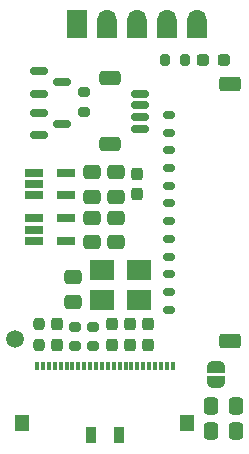
<source format=gbr>
%TF.GenerationSoftware,KiCad,Pcbnew,7.0.1*%
%TF.CreationDate,2024-03-13T19:30:43-07:00*%
%TF.ProjectId,camera_v1,63616d65-7261-45f7-9631-2e6b69636164,rev?*%
%TF.SameCoordinates,Original*%
%TF.FileFunction,Soldermask,Top*%
%TF.FilePolarity,Negative*%
%FSLAX46Y46*%
G04 Gerber Fmt 4.6, Leading zero omitted, Abs format (unit mm)*
G04 Created by KiCad (PCBNEW 7.0.1) date 2024-03-13 19:30:43*
%MOMM*%
%LPD*%
G01*
G04 APERTURE LIST*
G04 Aperture macros list*
%AMRoundRect*
0 Rectangle with rounded corners*
0 $1 Rounding radius*
0 $2 $3 $4 $5 $6 $7 $8 $9 X,Y pos of 4 corners*
0 Add a 4 corners polygon primitive as box body*
4,1,4,$2,$3,$4,$5,$6,$7,$8,$9,$2,$3,0*
0 Add four circle primitives for the rounded corners*
1,1,$1+$1,$2,$3*
1,1,$1+$1,$4,$5*
1,1,$1+$1,$6,$7*
1,1,$1+$1,$8,$9*
0 Add four rect primitives between the rounded corners*
20,1,$1+$1,$2,$3,$4,$5,0*
20,1,$1+$1,$4,$5,$6,$7,0*
20,1,$1+$1,$6,$7,$8,$9,0*
20,1,$1+$1,$8,$9,$2,$3,0*%
%AMFreePoly0*
4,1,19,0.500000,-0.750000,0.000000,-0.750000,0.000000,-0.744911,-0.071157,-0.744911,-0.207708,-0.704816,-0.327430,-0.627875,-0.420627,-0.520320,-0.479746,-0.390866,-0.500000,-0.250000,-0.500000,0.250000,-0.479746,0.390866,-0.420627,0.520320,-0.327430,0.627875,-0.207708,0.704816,-0.071157,0.744911,0.000000,0.744911,0.000000,0.750000,0.500000,0.750000,0.500000,-0.750000,0.500000,-0.750000,
$1*%
%AMFreePoly1*
4,1,19,0.000000,0.744911,0.071157,0.744911,0.207708,0.704816,0.327430,0.627875,0.420627,0.520320,0.479746,0.390866,0.500000,0.250000,0.500000,-0.250000,0.479746,-0.390866,0.420627,-0.520320,0.327430,-0.627875,0.207708,-0.704816,0.071157,-0.744911,0.000000,-0.744911,0.000000,-0.750000,-0.500000,-0.750000,-0.500000,0.750000,0.000000,0.750000,0.000000,0.744911,0.000000,0.744911,
$1*%
G04 Aperture macros list end*
%ADD10R,1.700000X1.700000*%
%ADD11O,1.700000X1.700000*%
%ADD12RoundRect,0.200000X-0.275000X0.200000X-0.275000X-0.200000X0.275000X-0.200000X0.275000X0.200000X0*%
%ADD13RoundRect,0.150000X-0.587500X-0.150000X0.587500X-0.150000X0.587500X0.150000X-0.587500X0.150000X0*%
%ADD14RoundRect,0.250000X-0.475000X0.337500X-0.475000X-0.337500X0.475000X-0.337500X0.475000X0.337500X0*%
%ADD15R,2.100000X1.800000*%
%ADD16FreePoly0,90.000000*%
%ADD17FreePoly1,90.000000*%
%ADD18RoundRect,0.237500X-0.237500X0.300000X-0.237500X-0.300000X0.237500X-0.300000X0.237500X0.300000X0*%
%ADD19RoundRect,0.250000X0.475000X-0.337500X0.475000X0.337500X-0.475000X0.337500X-0.475000X-0.337500X0*%
%ADD20RoundRect,0.237500X0.237500X-0.300000X0.237500X0.300000X-0.237500X0.300000X-0.237500X-0.300000X0*%
%ADD21RoundRect,0.250000X-0.337500X-0.475000X0.337500X-0.475000X0.337500X0.475000X-0.337500X0.475000X0*%
%ADD22RoundRect,0.150000X0.350000X-0.150000X0.350000X0.150000X-0.350000X0.150000X-0.350000X-0.150000X0*%
%ADD23RoundRect,0.250000X0.650000X-0.375000X0.650000X0.375000X-0.650000X0.375000X-0.650000X-0.375000X0*%
%ADD24RoundRect,0.200000X0.275000X-0.200000X0.275000X0.200000X-0.275000X0.200000X-0.275000X-0.200000X0*%
%ADD25R,1.560000X0.650000*%
%ADD26RoundRect,0.237500X-0.237500X0.250000X-0.237500X-0.250000X0.237500X-0.250000X0.237500X0.250000X0*%
%ADD27C,1.500000*%
%ADD28RoundRect,0.237500X0.287500X0.237500X-0.287500X0.237500X-0.287500X-0.237500X0.287500X-0.237500X0*%
%ADD29R,0.300000X0.800000*%
%ADD30R,1.220000X1.400000*%
%ADD31R,0.850000X1.400000*%
%ADD32RoundRect,0.150000X0.625000X-0.150000X0.625000X0.150000X-0.625000X0.150000X-0.625000X-0.150000X0*%
%ADD33RoundRect,0.250000X0.650000X-0.350000X0.650000X0.350000X-0.650000X0.350000X-0.650000X-0.350000X0*%
%ADD34RoundRect,0.200000X-0.200000X-0.275000X0.200000X-0.275000X0.200000X0.275000X-0.200000X0.275000X0*%
G04 APERTURE END LIST*
D10*
%TO.C,J2*%
X153690000Y-105660000D03*
D11*
X156230000Y-105660000D03*
X158770000Y-105660000D03*
X161310000Y-105660000D03*
X163850000Y-105660000D03*
%TD*%
D12*
%TO.C,R1*%
X154300000Y-111755000D03*
X154300000Y-113405000D03*
%TD*%
D13*
%TO.C,Q2*%
X150530000Y-113500000D03*
X150530000Y-115400000D03*
X152405000Y-114450000D03*
%TD*%
%TO.C,Q1*%
X150530000Y-109960000D03*
X150530000Y-111860000D03*
X152405000Y-110910000D03*
%TD*%
D14*
%TO.C,C2*%
X154950000Y-118522500D03*
X154950000Y-120597500D03*
%TD*%
D15*
%TO.C,OSC1*%
X158960000Y-126820000D03*
X155860000Y-126820000D03*
X155860000Y-129320000D03*
X158960000Y-129320000D03*
%TD*%
D16*
%TO.C,JP1*%
X165500000Y-136290000D03*
D17*
X165500000Y-134990000D03*
%TD*%
D18*
%TO.C,C1*%
X158790000Y-118660000D03*
X158790000Y-120385000D03*
%TD*%
D19*
%TO.C,C6*%
X153400000Y-129487500D03*
X153400000Y-127412500D03*
%TD*%
D20*
%TO.C,C12*%
X159700000Y-133122500D03*
X159700000Y-131397500D03*
%TD*%
D21*
%TO.C,C4*%
X165095000Y-140390000D03*
X167170000Y-140390000D03*
%TD*%
D22*
%TO.C,J7*%
X161510000Y-130165000D03*
X161510000Y-128665000D03*
X161510000Y-127165000D03*
X161510000Y-125665000D03*
X161510000Y-124165000D03*
X161510000Y-122665000D03*
X161510000Y-121165000D03*
X161510000Y-119665000D03*
X161510000Y-118165000D03*
X161510000Y-116665000D03*
X161510000Y-115165000D03*
X161510000Y-113665000D03*
D23*
X166700000Y-132770000D03*
X166700000Y-111060000D03*
%TD*%
D24*
%TO.C,R7*%
X155110000Y-133260000D03*
X155110000Y-131610000D03*
%TD*%
D25*
%TO.C,U3*%
X150100000Y-122427500D03*
X150100000Y-123377500D03*
X150100000Y-124327500D03*
X152800000Y-124327500D03*
X152800000Y-122427500D03*
%TD*%
D20*
%TO.C,C9*%
X158170000Y-133122500D03*
X158170000Y-131397500D03*
%TD*%
D25*
%TO.C,U2*%
X150070000Y-118562500D03*
X150070000Y-119512500D03*
X150070000Y-120462500D03*
X152770000Y-120462500D03*
X152770000Y-118562500D03*
%TD*%
D26*
%TO.C,FB1*%
X150510000Y-131355000D03*
X150510000Y-133180000D03*
%TD*%
D20*
%TO.C,C11*%
X152040000Y-133130000D03*
X152040000Y-131405000D03*
%TD*%
D14*
%TO.C,C3*%
X157000000Y-118515000D03*
X157000000Y-120590000D03*
%TD*%
%TO.C,C7*%
X157000000Y-122370000D03*
X157000000Y-124445000D03*
%TD*%
D27*
%TO.C,J1*%
X148450000Y-132610000D03*
%TD*%
D20*
%TO.C,C10*%
X156640000Y-133120000D03*
X156640000Y-131395000D03*
%TD*%
D28*
%TO.C,D1*%
X166150000Y-109060000D03*
X164400000Y-109060000D03*
%TD*%
D29*
%TO.C,X1*%
X150330000Y-134900000D03*
X150830000Y-134900000D03*
X151330000Y-134900000D03*
X151830000Y-134900000D03*
X152330000Y-134900000D03*
X152830000Y-134900000D03*
X153330000Y-134900000D03*
X153830000Y-134900000D03*
X154330000Y-134900000D03*
X154830000Y-134900000D03*
X155330000Y-134900000D03*
X155830000Y-134900000D03*
X156330000Y-134900000D03*
X156830000Y-134900000D03*
X157330000Y-134900000D03*
X157830000Y-134900000D03*
X158330000Y-134900000D03*
X158830000Y-134900000D03*
X159330000Y-134900000D03*
X159830000Y-134900000D03*
X160330000Y-134900000D03*
X160830000Y-134900000D03*
X161330000Y-134900000D03*
X161830000Y-134900000D03*
D30*
X149090000Y-139750000D03*
D31*
X154905000Y-140760000D03*
X157255000Y-140760000D03*
D30*
X163070000Y-139750000D03*
%TD*%
D14*
%TO.C,C8*%
X154950000Y-122380000D03*
X154950000Y-124455000D03*
%TD*%
D32*
%TO.C,J8*%
X159050000Y-114857500D03*
X159050000Y-113857500D03*
X159050000Y-112857500D03*
X159050000Y-111857500D03*
D33*
X156525000Y-116157500D03*
X156525000Y-110557500D03*
%TD*%
D34*
%TO.C,R5*%
X161170000Y-109050000D03*
X162820000Y-109050000D03*
%TD*%
D12*
%TO.C,R6*%
X153570000Y-131605000D03*
X153570000Y-133255000D03*
%TD*%
D21*
%TO.C,C5*%
X165095000Y-138340000D03*
X167170000Y-138340000D03*
%TD*%
G36*
X157018000Y-105666613D02*
G01*
X157063387Y-105712000D01*
X157080000Y-105774000D01*
X157080000Y-107006000D01*
X157063387Y-107068000D01*
X157018000Y-107113387D01*
X156956000Y-107130000D01*
X155504000Y-107130000D01*
X155442000Y-107113387D01*
X155396613Y-107068000D01*
X155380000Y-107006000D01*
X155380000Y-105774000D01*
X155396613Y-105712000D01*
X155442000Y-105666613D01*
X155504000Y-105650000D01*
X156956000Y-105650000D01*
X157018000Y-105666613D01*
G37*
G36*
X154478000Y-105666613D02*
G01*
X154523387Y-105712000D01*
X154540000Y-105774000D01*
X154540000Y-107006000D01*
X154523387Y-107068000D01*
X154478000Y-107113387D01*
X154416000Y-107130000D01*
X152964000Y-107130000D01*
X152902000Y-107113387D01*
X152856613Y-107068000D01*
X152840000Y-107006000D01*
X152840000Y-105774000D01*
X152856613Y-105712000D01*
X152902000Y-105666613D01*
X152964000Y-105650000D01*
X154416000Y-105650000D01*
X154478000Y-105666613D01*
G37*
G36*
X162098000Y-105666613D02*
G01*
X162143387Y-105712000D01*
X162160000Y-105774000D01*
X162160000Y-107006000D01*
X162143387Y-107068000D01*
X162098000Y-107113387D01*
X162036000Y-107130000D01*
X160584000Y-107130000D01*
X160522000Y-107113387D01*
X160476613Y-107068000D01*
X160460000Y-107006000D01*
X160460000Y-105774000D01*
X160476613Y-105712000D01*
X160522000Y-105666613D01*
X160584000Y-105650000D01*
X162036000Y-105650000D01*
X162098000Y-105666613D01*
G37*
G36*
X159558000Y-105666613D02*
G01*
X159603387Y-105712000D01*
X159620000Y-105774000D01*
X159620000Y-107006000D01*
X159603387Y-107068000D01*
X159558000Y-107113387D01*
X159496000Y-107130000D01*
X158044000Y-107130000D01*
X157982000Y-107113387D01*
X157936613Y-107068000D01*
X157920000Y-107006000D01*
X157920000Y-105774000D01*
X157936613Y-105712000D01*
X157982000Y-105666613D01*
X158044000Y-105650000D01*
X159496000Y-105650000D01*
X159558000Y-105666613D01*
G37*
G36*
X164638000Y-105666613D02*
G01*
X164683387Y-105712000D01*
X164700000Y-105774000D01*
X164700000Y-107006000D01*
X164683387Y-107068000D01*
X164638000Y-107113387D01*
X164576000Y-107130000D01*
X163124000Y-107130000D01*
X163062000Y-107113387D01*
X163016613Y-107068000D01*
X163000000Y-107006000D01*
X163000000Y-105774000D01*
X163016613Y-105712000D01*
X163062000Y-105666613D01*
X163124000Y-105650000D01*
X164576000Y-105650000D01*
X164638000Y-105666613D01*
G37*
M02*

</source>
